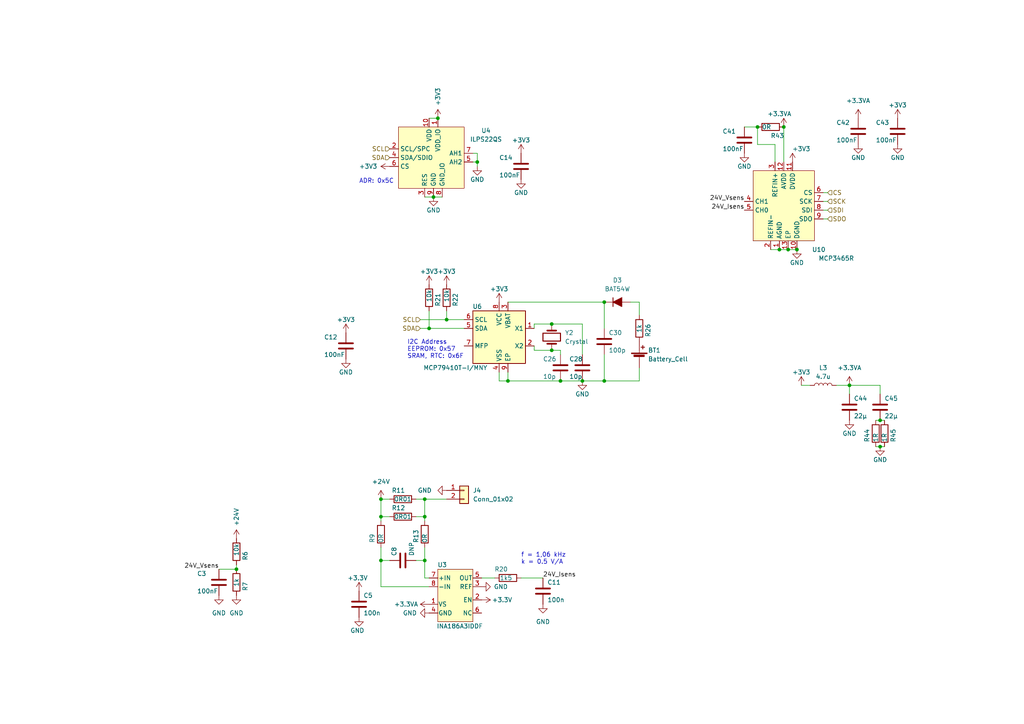
<source format=kicad_sch>
(kicad_sch (version 20211123) (generator eeschema)
  (paper "A4")
  (lib_symbols
    (symbol "Bergi:ILPS22QS"
      (property "Reference" "U" (at -10.16 -11.43 0))
      (property "Value" "ILPS22QS" (at 8.89 -11.43 0))
      (symbol "ILPS22QS_0_1"
        (rectangle (start -10.16 8.89) (end 8.89 -8.89) (fill (type background)))
      )
      (symbol "ILPS22QS_1_1"
        (pin unspecified line (at 1.27 11.43 270) (length 2.54) (name "VDD_IO") (number "1"))
        (pin unspecified line (at -1.27 11.43 270) (length 2.54) (name "VDD") (number "10"))
        (pin unspecified line (at -12.7 2.54 0) (length 2.54) (name "SCL/SPC") (number "2"))
        (pin unspecified line (at -2.54 -11.43 90) (length 2.54) (name "RES") (number "3"))
        (pin unspecified line (at -12.7 0 0) (length 2.54) (name "SDA/SDIO") (number "4"))
        (pin unspecified line (at 11.43 -1.27 180) (length 2.54) (name "AH2") (number "5"))
        (pin unspecified line (at -12.7 -2.54 0) (length 2.54) (name "CS") (number "6"))
        (pin unspecified line (at 11.43 1.27 180) (length 2.54) (name "AH1") (number "7"))
        (pin unspecified line (at 2.54 -11.43 90) (length 2.54) (name "GND_IO") (number "8"))
        (pin unspecified line (at 0 -11.43 90) (length 2.54) (name "GND") (number "9"))
      )
    )
    (symbol "Bergi:INA186A3IDDF" (pin_names (offset 0.127))
      (property "Reference" "U" (at 3.81 3.81 0))
      (property "Value" "INA186A3IDDF" (at 3.81 -2.54 0))
      (symbol "INA186A3IDDF_0_1"
        (rectangle (start -5.08 7.62) (end 5.08 -7.62) (fill (type background)))
      )
      (symbol "INA186A3IDDF_1_1"
        (pin power_in line (at -7.62 -2.54 0) (length 2.54) (name "VS") (number "1"))
        (pin input line (at 7.62 -1.27 180) (length 2.54) (name "EN") (number "2"))
        (pin input line (at 7.62 2.54 180) (length 2.54) (name "REF") (number "3"))
        (pin power_in line (at -7.62 -5.08 0) (length 2.54) (name "GND") (number "4"))
        (pin output line (at 7.62 5.08 180) (length 2.54) (name "OUT") (number "5"))
        (pin input line (at 7.62 -5.08 180) (length 2.54) (name "NC") (number "6"))
        (pin input line (at -7.62 5.08 0) (length 2.54) (name "+IN") (number "7"))
        (pin input line (at -7.62 2.54 0) (length 2.54) (name "-IN") (number "8"))
      )
    )
    (symbol "Bergi:MCP3465R"
      (property "Reference" "U" (at -10.16 11.43 0))
      (property "Value" "MCP3465R" (at 8.89 11.43 0))
      (symbol "MCP3465R_0_1"
        (rectangle (start -10.16 10.16) (end 7.62 -10.16) (fill (type background)))
      )
      (symbol "MCP3465R_1_1"
        (pin unspecified line (at -2.54 -12.7 90) (length 2.54) (name "AGND") (number "1"))
        (pin unspecified line (at 2.54 -12.7 90) (length 2.54) (name "DGND") (number "10"))
        (pin unspecified line (at 1.27 12.7 270) (length 2.54) (name "DVDD") (number "11"))
        (pin unspecified line (at -1.27 12.7 270) (length 2.54) (name "AVDD") (number "12"))
        (pin unspecified line (at 0 -12.7 90) (length 2.54) (name "EP") (number "13"))
        (pin unspecified line (at -5.08 -12.7 90) (length 2.54) (name "REFIN-") (number "2"))
        (pin unspecified line (at -3.81 12.7 270) (length 2.54) (name "REFIN+") (number "3"))
        (pin unspecified line (at -12.7 1.27 0) (length 2.54) (name "CH1") (number "4"))
        (pin unspecified line (at -12.7 -1.27 0) (length 2.54) (name "CH0") (number "5"))
        (pin unspecified line (at 10.16 3.81 180) (length 2.54) (name "CS") (number "6"))
        (pin unspecified line (at 10.16 1.27 180) (length 2.54) (name "SCK") (number "7"))
        (pin unspecified line (at 10.16 -1.27 180) (length 2.54) (name "SDI") (number "8"))
        (pin unspecified line (at 10.16 -3.81 180) (length 2.54) (name "SDO") (number "9"))
      )
    )
    (symbol "Connector_Generic:Conn_01x02" (pin_names (offset 1.016) hide)
      (property "Reference" "J" (at 0 2.54 0))
      (property "Value" "Conn_01x02" (at 0 -5.08 0))
      (symbol "Conn_01x02_1_1"
        (rectangle (start -1.27 -2.413) (end 0 -2.667) (stroke (width 0.1524)))
        (rectangle (start -1.27 0.127) (end 0 -0.127) (stroke (width 0.1524)))
        (rectangle (start -1.27 1.27) (end 1.27 -3.81) (stroke (width 0.254)) (fill (type background)))
        (pin passive line (at -5.08 0 0) (length 3.81) (name "Pin_1") (number "1"))
        (pin passive line (at -5.08 -2.54 0) (length 3.81) (name "Pin_2") (number "2"))
      )
    )
    (symbol "Device:Battery_Cell" (pin_numbers hide) (pin_names (offset 0) hide)
      (property "Reference" "BT" (at 2.54 2.54 0))
      (property "Value" "Battery_Cell" (at 2.54 0 0))
      (symbol "Battery_Cell_0_1"
        (rectangle (start -2.286 1.778) (end 2.286 1.524) (fill (type outline)))
        (rectangle (start -1.5748 1.1938) (end 1.4732 0.6858) (fill (type outline)))
        (polyline (pts (xy 0 0.762) (xy 0 0)))
        (polyline (pts (xy 0 1.778) (xy 0 2.54)))
        (polyline (pts (xy 0.508 3.429) (xy 1.524 3.429)) (stroke (width 0.254)))
        (polyline (pts (xy 1.016 3.937) (xy 1.016 2.921)) (stroke (width 0.254)))
      )
      (symbol "Battery_Cell_1_1"
        (pin passive line (at 0 5.08 270) (length 2.54) (name "+") (number "1"))
        (pin passive line (at 0 -2.54 90) (length 2.54) (name "-") (number "2"))
      )
    )
    (symbol "Device:C" (pin_numbers hide) (pin_names (offset 0.254))
      (property "Reference" "C" (at 0.635 2.54 0))
      (property "Value" "C" (at 0.635 -2.54 0))
      (symbol "C_0_1"
        (polyline (pts (xy -2.032 -0.762) (xy 2.032 -0.762)) (stroke (width 0.508)))
        (polyline (pts (xy -2.032 0.762) (xy 2.032 0.762)) (stroke (width 0.508)))
      )
      (symbol "C_1_1"
        (pin passive line (at 0 3.81 270) (length 2.794) (name "~") (number "1"))
        (pin passive line (at 0 -3.81 90) (length 2.794) (name "~") (number "2"))
      )
    )
    (symbol "Device:Crystal" (pin_numbers hide) (pin_names (offset 1.016) hide)
      (property "Reference" "Y" (at 0 3.81 0))
      (property "Value" "Crystal" (at 0 -3.81 0))
      (symbol "Crystal_0_1"
        (rectangle (start -1.143 2.54) (end 1.143 -2.54) (stroke (width 0.3048)))
        (polyline (pts (xy -2.54 0) (xy -1.905 0)))
        (polyline (pts (xy -1.905 -1.27) (xy -1.905 1.27)) (stroke (width 0.508)))
        (polyline (pts (xy 1.905 -1.27) (xy 1.905 1.27)) (stroke (width 0.508)))
        (polyline (pts (xy 2.54 0) (xy 1.905 0)))
      )
      (symbol "Crystal_1_1"
        (pin passive line (at -3.81 0 0) (length 1.27) (name "1") (number "1"))
        (pin passive line (at 3.81 0 180) (length 1.27) (name "2") (number "2"))
      )
    )
    (symbol "Device:D_Filled" (pin_numbers hide) (pin_names (offset 1.016) hide)
      (property "Reference" "D" (at 0 2.54 0))
      (property "Value" "D_Filled" (at 0 -2.54 0))
      (symbol "D_Filled_0_1"
        (polyline (pts (xy -1.27 1.27) (xy -1.27 -1.27)) (stroke (width 0.254)))
        (polyline (pts (xy 1.27 0) (xy -1.27 0)))
        (polyline (pts (xy 1.27 1.27) (xy 1.27 -1.27) (xy -1.27 0) (xy 1.27 1.27)) (stroke (width 0.254)) (fill (type outline)))
      )
      (symbol "D_Filled_1_1"
        (pin passive line (at -3.81 0 0) (length 2.54) (name "K") (number "1"))
        (pin passive line (at 3.81 0 180) (length 2.54) (name "A") (number "2"))
      )
    )
    (symbol "Device:L" (pin_numbers hide) (pin_names (offset 1.016) hide)
      (property "Reference" "L" (at -1.27 0 90))
      (property "Value" "L" (at 1.905 0 90))
      (symbol "L_0_1"
        (arc (start 0 -2.54) (mid 0.635 -1.905) (end 0 -1.27))
        (arc (start 0 -1.27) (mid 0.635 -0.635) (end 0 0))
        (arc (start 0 0) (mid 0.635 0.635) (end 0 1.27))
        (arc (start 0 1.27) (mid 0.635 1.905) (end 0 2.54))
      )
      (symbol "L_1_1"
        (pin passive line (at 0 3.81 270) (length 1.27) (name "1") (number "1"))
        (pin passive line (at 0 -3.81 90) (length 1.27) (name "2") (number "2"))
      )
    )
    (symbol "Device:R" (pin_numbers hide) (pin_names (offset 0))
      (property "Reference" "R" (at 2.032 0 90))
      (property "Value" "R" (at 0 0 90))
      (symbol "R_0_1"
        (rectangle (start -1.016 -2.54) (end 1.016 2.54) (stroke (width 0.254)))
      )
      (symbol "R_1_1"
        (pin passive line (at 0 3.81 270) (length 1.27) (name "~") (number "1"))
        (pin passive line (at 0 -3.81 90) (length 1.27) (name "~") (number "2"))
      )
    )
    (symbol "Timer_RTC:MCP7940N-xMNY"
      (property "Reference" "U" (at -6.35 8.89 0))
      (property "Value" "MCP7940N-xMNY" (at 11.43 8.89 0))
      (symbol "MCP7940N-xMNY_0_1"
        (rectangle (start -7.62 7.62) (end 7.62 -7.62) (stroke (width 0.254)) (fill (type background)))
      )
      (symbol "MCP7940N-xMNY_1_1"
        (pin input line (at 10.16 2.54 180) (length 2.54) (name "X1") (number "1"))
        (pin output line (at 10.16 -2.54 180) (length 2.54) (name "X2") (number "2"))
        (pin power_in line (at 2.54 10.16 270) (length 2.54) (name "VBAT") (number "3"))
        (pin power_in line (at 0 -10.16 90) (length 2.54) (name "VSS") (number "4"))
        (pin bidirectional line (at -10.16 2.54 0) (length 2.54) (name "SDA") (number "5"))
        (pin input line (at -10.16 5.08 0) (length 2.54) (name "SCL") (number "6"))
        (pin open_collector line (at -10.16 -2.54 0) (length 2.54) (name "MFP") (number "7"))
        (pin power_in line (at 0 10.16 270) (length 2.54) (name "VCC") (number "8"))
        (pin power_in line (at 2.54 -10.16 90) (length 2.54) (name "EP") (number "9"))
      )
    )
    (symbol "power:+24V" (power) (pin_names (offset 0))
      (property "Value" "+24V" (at 0 3.556 0))
      (symbol "+24V_0_1"
        (polyline (pts (xy -0.762 1.27) (xy 0 2.54)))
        (polyline (pts (xy 0 0) (xy 0 2.54)))
        (polyline (pts (xy 0 2.54) (xy 0.762 1.27)))
      )
      (symbol "+24V_1_1"
        (pin power_in line (at 0 0 90) (length 0) hide (name "+24V") (number "1"))
      )
    )
    (symbol "power:+3.3V" (power) (pin_names (offset 0))
      (property "Value" "+3.3V" (at 0 3.556 0))
      (symbol "+3.3V_0_1"
        (polyline (pts (xy -0.762 1.27) (xy 0 2.54)))
        (polyline (pts (xy 0 0) (xy 0 2.54)))
        (polyline (pts (xy 0 2.54) (xy 0.762 1.27)))
      )
      (symbol "+3.3V_1_1"
        (pin power_in line (at 0 0 90) (length 0) hide (name "+3.3V") (number "1"))
      )
    )
    (symbol "power:+3.3VA" (power) (pin_names (offset 0))
      (property "Value" "+3.3VA" (at 0 3.556 0))
      (symbol "+3.3VA_0_1"
        (polyline (pts (xy -0.762 1.27) (xy 0 2.54)))
        (polyline (pts (xy 0 0) (xy 0 2.54)))
        (polyline (pts (xy 0 2.54) (xy 0.762 1.27)))
      )
      (symbol "+3.3VA_1_1"
        (pin power_in line (at 0 0 90) (length 0) hide (name "+3.3VA") (number "1"))
      )
    )
    (symbol "power:+3V3" (power) (pin_names (offset 0))
      (property "Value" "+3V3" (at 0 3.556 0))
      (symbol "+3V3_0_1"
        (polyline (pts (xy -0.762 1.27) (xy 0 2.54)))
        (polyline (pts (xy 0 0) (xy 0 2.54)))
        (polyline (pts (xy 0 2.54) (xy 0.762 1.27)))
      )
      (symbol "+3V3_1_1"
        (pin power_in line (at 0 0 90) (length 0) hide (name "+3V3") (number "1"))
      )
    )
    (symbol "power:GND" (power) (pin_names (offset 0))
      (property "Value" "GND" (at 0 -3.81 0))
      (symbol "GND_0_1"
        (polyline (pts (xy 0 0) (xy 0 -1.27) (xy 1.27 -1.27) (xy 0 -2.54) (xy -1.27 -1.27) (xy 0 -1.27)))
      )
      (symbol "GND_1_1"
        (pin power_in line (at 0 0 270) (length 0) hide (name "GND") (number "1"))
      )
    )
  )
  (junction (at 231.14 72.39))
  (junction (at 110.49 162.56))
  (junction (at 138.43 46.99))
  (junction (at 175.26 87.63))
  (junction (at 219.71 36.83))
  (junction (at 125.73 57.15))
  (junction (at 255.27 121.92))
  (junction (at 227.33 36.83))
  (junction (at 162.56 110.49))
  (junction (at 129.54 92.71))
  (junction (at 123.19 162.56))
  (junction (at 147.32 110.49))
  (junction (at 226.06 72.39))
  (junction (at 246.38 111.76))
  (junction (at 124.46 95.25))
  (junction (at 175.26 110.49))
  (junction (at 123.19 144.78))
  (junction (at 68.58 165.1))
  (junction (at 168.91 110.49))
  (junction (at 255.27 129.54))
  (junction (at 127 34.29))
  (junction (at 110.49 144.78))
  (junction (at 228.6 72.39))
  (junction (at 110.49 149.86))
  (junction (at 160.02 93.98))
  (junction (at 123.19 149.86))
  (junction (at 160.02 101.6))
  (wire (pts (xy 238.76 63.5) (xy 240.03 63.5)))
  (wire (pts (xy 254 121.92) (xy 255.27 121.92)))
  (wire (pts (xy 223.52 72.39) (xy 226.06 72.39)))
  (wire (pts (xy 162.56 101.6) (xy 160.02 101.6)))
  (wire (pts (xy 123.19 144.78) (xy 123.19 149.86)))
  (wire (pts (xy 144.78 110.49) (xy 144.78 107.95)))
  (wire (pts (xy 110.49 144.78) (xy 113.03 144.78)))
  (wire (pts (xy 224.79 41.91) (xy 219.71 41.91)))
  (wire (pts (xy 175.26 87.63) (xy 147.32 87.63)))
  (wire (pts (xy 175.26 87.63) (xy 175.26 95.25)))
  (wire (pts (xy 162.56 110.49) (xy 147.32 110.49)))
  (wire (pts (xy 121.92 92.71) (xy 129.54 92.71)))
  (wire (pts (xy 138.43 48.26) (xy 138.43 46.99)))
  (wire (pts (xy 138.43 44.45) (xy 137.16 44.45)))
  (wire (pts (xy 123.19 149.86) (xy 123.19 151.13)))
  (wire (pts (xy 123.19 158.75) (xy 123.19 162.56)))
  (wire (pts (xy 124.46 34.29) (xy 127 34.29)))
  (wire (pts (xy 219.71 41.91) (xy 219.71 36.83)))
  (wire (pts (xy 125.73 57.15) (xy 128.27 57.15)))
  (wire (pts (xy 147.32 110.49) (xy 147.32 107.95)))
  (wire (pts (xy 238.76 55.88) (xy 240.03 55.88)))
  (wire (pts (xy 154.94 101.6) (xy 154.94 100.33)))
  (wire (pts (xy 124.46 170.18) (xy 110.49 170.18)))
  (wire (pts (xy 175.26 110.49) (xy 185.42 110.49)))
  (wire (pts (xy 121.92 95.25) (xy 124.46 95.25)))
  (wire (pts (xy 175.26 102.87) (xy 175.26 110.49)))
  (wire (pts (xy 110.49 149.86) (xy 110.49 151.13)))
  (wire (pts (xy 138.43 46.99) (xy 138.43 44.45)))
  (wire (pts (xy 129.54 144.78) (xy 123.19 144.78)))
  (wire (pts (xy 110.49 170.18) (xy 110.49 162.56)))
  (wire (pts (xy 63.5 165.1) (xy 68.58 165.1)))
  (wire (pts (xy 168.91 102.87) (xy 168.91 93.98)))
  (wire (pts (xy 139.7 167.64) (xy 143.51 167.64)))
  (wire (pts (xy 160.02 101.6) (xy 154.94 101.6)))
  (wire (pts (xy 168.91 110.49) (xy 175.26 110.49)))
  (wire (pts (xy 137.16 46.99) (xy 138.43 46.99)))
  (wire (pts (xy 134.62 95.25) (xy 124.46 95.25)))
  (wire (pts (xy 134.62 92.71) (xy 129.54 92.71)))
  (wire (pts (xy 255.27 121.92) (xy 256.54 121.92)))
  (wire (pts (xy 147.32 110.49) (xy 144.78 110.49)))
  (wire (pts (xy 238.76 60.96) (xy 240.03 60.96)))
  (wire (pts (xy 110.49 162.56) (xy 113.03 162.56)))
  (wire (pts (xy 120.65 149.86) (xy 123.19 149.86)))
  (wire (pts (xy 123.19 57.15) (xy 125.73 57.15)))
  (wire (pts (xy 227.33 36.83) (xy 227.33 46.99)))
  (wire (pts (xy 68.58 163.83) (xy 68.58 165.1)))
  (wire (pts (xy 168.91 93.98) (xy 160.02 93.98)))
  (wire (pts (xy 219.71 36.83) (xy 215.9 36.83)))
  (wire (pts (xy 185.42 110.49) (xy 185.42 106.68)))
  (wire (pts (xy 242.57 111.76) (xy 246.38 111.76)))
  (wire (pts (xy 246.38 111.76) (xy 246.38 114.3)))
  (wire (pts (xy 154.94 93.98) (xy 154.94 95.25)))
  (wire (pts (xy 151.13 167.64) (xy 157.48 167.64)))
  (wire (pts (xy 224.79 46.99) (xy 224.79 41.91)))
  (wire (pts (xy 226.06 72.39) (xy 228.6 72.39)))
  (wire (pts (xy 110.49 162.56) (xy 110.49 158.75)))
  (wire (pts (xy 129.54 92.71) (xy 129.54 90.17)))
  (wire (pts (xy 185.42 91.44) (xy 185.42 87.63)))
  (wire (pts (xy 160.02 93.98) (xy 154.94 93.98)))
  (wire (pts (xy 162.56 102.87) (xy 162.56 101.6)))
  (wire (pts (xy 110.49 149.86) (xy 113.03 149.86)))
  (wire (pts (xy 254 129.54) (xy 255.27 129.54)))
  (wire (pts (xy 120.65 162.56) (xy 123.19 162.56)))
  (wire (pts (xy 255.27 111.76) (xy 246.38 111.76)))
  (wire (pts (xy 168.91 110.49) (xy 162.56 110.49)))
  (wire (pts (xy 238.76 58.42) (xy 240.03 58.42)))
  (wire (pts (xy 232.41 111.76) (xy 234.95 111.76)))
  (wire (pts (xy 185.42 87.63) (xy 182.88 87.63)))
  (wire (pts (xy 255.27 129.54) (xy 256.54 129.54)))
  (wire (pts (xy 228.6 72.39) (xy 231.14 72.39)))
  (wire (pts (xy 124.46 95.25) (xy 124.46 90.17)))
  (wire (pts (xy 123.19 167.64) (xy 124.46 167.64)))
  (wire (pts (xy 255.27 114.3) (xy 255.27 111.76)))
  (wire (pts (xy 123.19 162.56) (xy 123.19 167.64)))
  (wire (pts (xy 120.65 144.78) (xy 123.19 144.78)))
  (wire (pts (xy 110.49 144.78) (xy 110.49 149.86)))
  (text "f = 1,06 kHz\nk = 0.5 V/A" (at 151.13 163.83 0) (effects (font (size 1.27 1.27)) (justify left bottom)))
  (text "I2C Address\nEEPROM: 0x57\nSRAM, RTC: 0x6F" (at 118.11 104.14 0) (effects (font (size 1.27 1.27)) (justify left bottom)))
  (text "ADR: 0x5C" (at 104.14 53.34 0) (effects (font (size 1.27 1.27)) (justify left bottom)))
  (label "24V_Vsens" (at 63.5 165.1 180))
  (label "24V_Isens" (at 215.9 60.96 180))
  (label "24V_Vsens" (at 215.9 58.42 180))
  (label "24V_Isens" (at 157.48 167.64 0))
  (hierarchical_label "SDI" (shape input) (at 240.03 60.96 0))
  (hierarchical_label "CS" (shape input) (at 240.03 55.88 0))
  (hierarchical_label "SDA" (shape input) (at 113.03 45.72 180))
  (hierarchical_label "SCL" (shape input) (at 121.92 92.71 180))
  (hierarchical_label "SCK" (shape input) (at 240.03 58.42 0))
  (hierarchical_label "SDA" (shape input) (at 121.92 95.25 180))
  (hierarchical_label "SCL" (shape input) (at 113.03 43.18 180))
  (hierarchical_label "SDO" (shape input) (at 240.03 63.5 0))
  (symbol (lib_id "power:+3V3") (at 127 34.29 0) (unit 1)
    (property "Reference" "#PWR052" (effects hide))
    (property "Value" "+3V3" (at 127 25.4 90) (effects (justify right)))
  )
  (symbol (lib_id "power:GND") (at 248.92 41.91 0) (unit 1)
    (property "Reference" "#PWR0120" (effects hide))
    (property "Value" "GND" (at 248.92 45.72 0))
  )
  (symbol (lib_id "Bergi:ILPS22QS") (at 125.73 45.72 0) (unit 1)
    (property "Reference" "U4" (at 140.97 37.8712 0))
    (property "Value" "ILPS22QS" (at 140.97 40.4112 0))
    (property "Footprint" "Bergi:HLGA-10L" (effects hide))
  )
  (symbol (lib_id "Timer_RTC:MCP7940N-xMNY") (at 144.78 97.79 0) (unit 1)
    (property "Reference" "U6" (at 138.43 88.9 0))
    (property "Value" "MCP79410T-I/MNY" (at 132.08 106.68 0))
    (property "Footprint" "Package_DFN_QFN:DFN-8-1EP_3x2mm_P0.5mm_EP1.36x1.46mm" (effects hide))
    (property "Datasheet" "http://ww1.microchip.com/downloads/en/DeviceDoc/20005010F.pdf" (effects hide))
  )
  (symbol (lib_id "power:+3V3") (at 124.46 82.55 0) (unit 1)
    (property "Reference" "#PWR062" (effects hide))
    (property "Value" "+3V3" (at 124.46 78.74 0))
  )
  (symbol (lib_id "power:+3.3VA") (at 124.46 175.26 90) (unit 1)
    (property "Reference" "#PWR0128" (effects hide))
    (property "Value" "+3.3VA" (at 114.3 175.26 90) (effects (justify right)))
  )
  (symbol (lib_id "power:GND") (at 215.9 44.45 0) (unit 1)
    (property "Reference" "#PWR0123" (effects hide))
    (property "Value" "GND" (at 215.9 48.26 0))
  )
  (symbol (lib_id "power:+3.3VA") (at 246.38 111.76 0) (unit 1)
    (property "Reference" "#PWR0124" (effects hide))
    (property "Value" "+3.3VA" (at 246.38 106.68 0))
  )
  (symbol (lib_id "power:GND") (at 63.5 172.72 0) (unit 1)
    (property "Reference" "#PWR012" (effects hide))
    (property "Value" "GND" (at 63.5 177.8 0))
  )
  (symbol (lib_id "Device:C") (at 175.26 99.06 0) (unit 1)
    (property "Reference" "C30" (at 176.53 96.52 0) (effects (justify left)))
    (property "Value" "100p" (at 176.53 101.6 0) (effects (justify left)))
    (property "Footprint" "Capacitor_SMD:C_0603_1608Metric" (effects hide))
  )
  (symbol (lib_id "Device:C") (at 116.84 162.56 90) (unit 1)
    (property "Reference" "C8" (at 114.3 161.29 0) (effects (justify left)))
    (property "Value" "DNP" (at 119.38 161.29 0) (effects (justify left)))
    (property "Footprint" "Capacitor_SMD:C_0603_1608Metric" (effects hide))
  )
  (symbol (lib_id "Device:C") (at 100.33 100.33 0) (unit 1)
    (property "Reference" "C12" (at 93.98 97.79 0) (effects (justify left)))
    (property "Value" "100nF" (at 93.98 102.87 0) (effects (justify left)))
    (property "Footprint" "Capacitor_SMD:C_0603_1608Metric" (effects hide))
  )
  (symbol (lib_id "Device:R") (at 124.46 86.36 180) (unit 1)
    (property "Reference" "R21" (at 127 88.9 90) (effects (justify right)))
    (property "Value" "10k" (at 124.46 87.63 90) (effects (justify right)))
    (property "Footprint" "Resistor_SMD:R_0603_1608Metric" (effects hide))
  )
  (symbol (lib_id "Bergi:MCP3465R") (at 228.6 59.69 0) (unit 1)
    (property "Reference" "U10" (at 237.49 72.39 0))
    (property "Value" "MCP3465R" (at 242.57 74.93 0))
    (property "Footprint" "Bergi:QFN-12_EP_2x2_Pitch0.4mm" (effects hide))
  )
  (symbol (lib_id "power:GND") (at 125.73 57.15 0) (unit 1)
    (property "Reference" "#PWR051" (effects hide))
    (property "Value" "GND" (at 125.73 60.96 0))
  )
  (symbol (lib_id "power:GND") (at 260.35 41.91 0) (unit 1)
    (property "Reference" "#PWR0118" (effects hide))
    (property "Value" "GND" (at 260.35 45.72 0))
  )
  (symbol (lib_id "Device:C") (at 151.13 48.26 0) (unit 1)
    (property "Reference" "C14" (at 144.78 45.72 0) (effects (justify left)))
    (property "Value" "100nF" (at 144.78 50.8 0) (effects (justify left)))
    (property "Footprint" "Capacitor_SMD:C_0603_1608Metric" (effects hide))
  )
  (symbol (lib_id "Device:R") (at 254 125.73 0) (unit 1)
    (property "Reference" "R44" (at 251.46 128.27 90) (effects (justify left)))
    (property "Value" "1R" (at 254 128.27 90) (effects (justify left)))
    (property "Footprint" "Inductor_SMD:L_0603_1608Metric" (effects hide))
  )
  (symbol (lib_id "Device:D_Filled") (at 179.07 87.63 0) (unit 1)
    (property "Reference" "D3" (at 179.07 81.28 0))
    (property "Value" "BAT54W" (at 179.07 83.82 0))
    (property "Footprint" "Diode_SMD:D_SOD-323" (effects hide))
  )
  (symbol (lib_id "power:GND") (at 68.58 172.72 0) (unit 1)
    (property "Reference" "#PWR014" (effects hide))
    (property "Value" "GND" (at 68.58 177.8 0))
  )
  (symbol (lib_id "Device:R") (at 223.52 36.83 270) (unit 1)
    (property "Reference" "R43" (at 223.52 39.37 90) (effects (justify left)))
    (property "Value" "0R" (at 220.98 36.83 90) (effects (justify left)))
    (property "Footprint" "Inductor_SMD:L_0603_1608Metric" (effects hide))
  )
  (symbol (lib_id "power:GND") (at 129.54 142.24 270) (unit 1)
    (property "Reference" "#PWR036" (effects hide))
    (property "Value" "GND" (at 123.19 142.24 90))
  )
  (symbol (lib_id "power:+3V3") (at 151.13 44.45 0) (unit 1)
    (property "Reference" "#PWR060" (effects hide))
    (property "Value" "+3V3" (at 151.13 40.64 0))
  )
  (symbol (lib_id "power:GND") (at 151.13 52.07 0) (unit 1)
    (property "Reference" "#PWR061" (effects hide))
    (property "Value" "GND" (at 151.13 55.88 0))
  )
  (symbol (lib_id "Bergi:INA186A3IDDF") (at 132.08 172.72 0) (unit 1)
    (property "Reference" "U3" (at 128.27 163.83 0))
    (property "Value" "INA186A3IDDF" (at 133.35 181.61 0))
    (property "Footprint" "Package_TO_SOT_SMD:SOT-23-8" (effects hide))
  )
  (symbol (lib_id "Device:Battery_Cell") (at 185.42 104.14 0) (unit 1)
    (property "Reference" "BT1" (at 187.96 101.6 0) (effects (justify left)))
    (property "Value" "Battery_Cell" (at 187.96 104.14 0) (effects (justify left)))
    (property "Footprint" "Battery:BatteryHolder_Keystone_3034_1x20mm" (effects hide))
  )
  (symbol (lib_id "power:+3.3VA") (at 227.33 36.83 0) (unit 1)
    (property "Reference" "#PWR0121" (effects hide))
    (property "Value" "+3.3VA" (at 226.06 33.02 0))
  )
  (symbol (lib_id "Device:C") (at 260.35 38.1 0) (unit 1)
    (property "Reference" "C43" (at 254 35.56 0) (effects (justify left)))
    (property "Value" "100nF" (at 254 40.64 0) (effects (justify left)))
    (property "Footprint" "Capacitor_SMD:C_0603_1608Metric" (effects hide))
  )
  (symbol (lib_id "Device:L") (at 238.76 111.76 90) (unit 1)
    (property "Reference" "L3" (at 238.76 106.68 90))
    (property "Value" "4.7u" (at 238.76 109.22 90))
    (property "Footprint" "Inductor_SMD:L_1008_2520Metric" (effects hide))
  )
  (symbol (lib_id "Device:C") (at 248.92 38.1 0) (unit 1)
    (property "Reference" "C42" (at 242.57 35.56 0) (effects (justify left)))
    (property "Value" "100nF" (at 242.57 40.64 0) (effects (justify left)))
    (property "Footprint" "Capacitor_SMD:C_0603_1608Metric" (effects hide))
  )
  (symbol (lib_id "Device:Crystal") (at 160.02 97.79 90) (unit 1)
    (property "Reference" "Y2" (at 163.83 96.5199 90) (effects (justify right)))
    (property "Value" "Crystal" (at 163.83 99.0599 90) (effects (justify right)))
    (property "Footprint" "Crystal:Crystal_SMD_2012-2Pin_2.0x1.2mm" (effects hide))
    (property "HTN" "CM8V-T1A-32.768kHz-6pF-20PPM-TA-QC" (effects hide))
  )
  (symbol (lib_id "power:GND") (at 168.91 110.49 0) (unit 1)
    (property "Reference" "#PWR085" (effects hide))
    (property "Value" "GND" (at 168.91 114.3 0))
  )
  (symbol (lib_id "Device:R") (at 123.19 154.94 180) (unit 1)
    (property "Reference" "R13" (at 120.65 157.48 90) (effects (justify right)))
    (property "Value" "0R" (at 123.19 157.48 90) (effects (justify right)))
    (property "Footprint" "Resistor_SMD:R_0603_1608Metric" (effects hide))
  )
  (symbol (lib_id "Device:C") (at 63.5 168.91 0) (unit 1)
    (property "Reference" "C3" (at 57.15 166.37 0) (effects (justify left)))
    (property "Value" "100nF" (at 57.15 171.45 0) (effects (justify left)))
    (property "Footprint" "Capacitor_SMD:C_0603_1608Metric" (effects hide))
  )
  (symbol (lib_id "Device:R") (at 116.84 149.86 90) (unit 1)
    (property "Reference" "R12" (at 115.57 147.32 90))
    (property "Value" "0R01" (at 116.84 149.86 90))
    (property "Footprint" "Resistor_SMD:R_0805_2012Metric" (effects hide))
  )
  (symbol (lib_id "power:+3V3") (at 129.54 82.55 0) (unit 1)
    (property "Reference" "#PWR063" (effects hide))
    (property "Value" "+3V3" (at 129.54 78.74 0))
  )
  (symbol (lib_id "power:+3V3") (at 229.87 46.99 0) (mirror y) (unit 1)
    (property "Reference" "#PWR0117" (effects hide))
    (property "Value" "+3V3" (at 232.41 43.18 0))
  )
  (symbol (lib_id "power:GND") (at 138.43 48.26 0) (unit 1)
    (property "Reference" "#PWR053" (effects hide))
    (property "Value" "GND" (at 138.43 52.07 0))
  )
  (symbol (lib_id "Device:R") (at 116.84 144.78 90) (unit 1)
    (property "Reference" "R11" (at 115.57 142.24 90))
    (property "Value" "0R01" (at 116.84 144.78 90))
    (property "Footprint" "Resistor_SMD:R_0805_2012Metric" (effects hide))
  )
  (symbol (lib_id "Device:C") (at 162.56 106.68 0) (unit 1)
    (property "Reference" "C26" (at 157.48 104.14 0) (effects (justify left)))
    (property "Value" "10p" (at 157.48 109.22 0) (effects (justify left)))
    (property "Footprint" "Capacitor_SMD:C_0603_1608Metric" (effects hide))
  )
  (symbol (lib_id "power:+3V3") (at 232.41 111.76 0) (mirror y) (unit 1)
    (property "Reference" "#PWR0125" (effects hide))
    (property "Value" "+3V3" (at 232.41 107.95 0))
  )
  (symbol (lib_id "Connector_Generic:Conn_01x02") (at 134.62 142.24 0) (unit 1)
    (property "Reference" "J4" (at 137.16 142.2399 0) (effects (justify left)))
    (property "Value" "Conn_01x02" (at 137.16 144.7799 0) (effects (justify left)))
    (property "Footprint" "Connector_Phoenix_MSTB:PhoenixContact_MSTBVA_2,5_2-G-5,08_1x02_P5.08mm_Vertical" (effects hide))
  )
  (symbol (lib_id "Device:C") (at 215.9 40.64 0) (unit 1)
    (property "Reference" "C41" (at 209.55 38.1 0) (effects (justify left)))
    (property "Value" "100nF" (at 209.55 43.18 0) (effects (justify left)))
    (property "Footprint" "Capacitor_SMD:C_0603_1608Metric" (effects hide))
  )
  (symbol (lib_id "power:+3V3") (at 100.33 96.52 0) (unit 1)
    (property "Reference" "#PWR054" (effects hide))
    (property "Value" "+3V3" (at 100.33 92.71 0))
  )
  (symbol (lib_id "Device:R") (at 68.58 160.02 180) (unit 1)
    (property "Reference" "R6" (at 71.12 162.56 90) (effects (justify right)))
    (property "Value" "10k" (at 68.58 161.29 90) (effects (justify right)))
    (property "Footprint" "Resistor_SMD:R_0603_1608Metric" (effects hide))
  )
  (symbol (lib_id "power:GND") (at 246.38 121.92 0) (unit 1)
    (property "Reference" "#PWR0127" (effects hide))
    (property "Value" "GND" (at 246.38 125.73 0))
  )
  (symbol (lib_id "Device:R") (at 147.32 167.64 270) (unit 1)
    (property "Reference" "R20" (at 147.32 165.1 90) (effects (justify right)))
    (property "Value" "1k5" (at 148.59 167.64 90) (effects (justify right)))
    (property "Footprint" "Resistor_SMD:R_0603_1608Metric" (effects hide))
  )
  (symbol (lib_id "power:+3.3V") (at 139.7 173.99 270) (unit 1)
    (property "Reference" "#PWR038" (effects hide))
    (property "Value" "+3.3V" (at 148.59 173.99 90) (effects (justify right)))
  )
  (symbol (lib_id "power:GND") (at 100.33 104.14 0) (unit 1)
    (property "Reference" "#PWR055" (effects hide))
    (property "Value" "GND" (at 100.33 107.95 0))
  )
  (symbol (lib_id "Device:C") (at 255.27 118.11 180) (unit 1)
    (property "Reference" "C45" (at 256.54 115.57 0) (effects (justify right)))
    (property "Value" "22µ" (at 256.54 120.65 0) (effects (justify right)))
    (property "Footprint" "Capacitor_SMD:C_1206_3216Metric" (effects hide))
  )
  (symbol (lib_id "power:+3V3") (at 260.35 34.29 0) (mirror y) (unit 1)
    (property "Reference" "#PWR0119" (effects hide))
    (property "Value" "+3V3" (at 260.35 30.48 0))
  )
  (symbol (lib_id "Device:C") (at 157.48 171.45 0) (unit 1)
    (property "Reference" "C11" (at 158.75 168.91 0) (effects (justify left)))
    (property "Value" "100n" (at 158.75 173.99 0) (effects (justify left)))
    (property "Footprint" "Capacitor_SMD:C_0603_1608Metric" (effects hide))
  )
  (symbol (lib_id "power:GND") (at 139.7 170.18 90) (unit 1)
    (property "Reference" "#PWR037" (effects hide))
    (property "Value" "GND" (at 147.32 170.18 90) (effects (justify left)))
  )
  (symbol (lib_id "power:+24V") (at 110.49 144.78 0) (unit 1)
    (property "Reference" "#PWR024" (effects hide))
    (property "Value" "+24V" (at 110.49 139.7 0))
  )
  (symbol (lib_id "Device:C") (at 246.38 118.11 180) (unit 1)
    (property "Reference" "C44" (at 247.65 115.57 0) (effects (justify right)))
    (property "Value" "22µ" (at 247.65 120.65 0) (effects (justify right)))
    (property "Footprint" "Capacitor_SMD:C_1206_3216Metric" (effects hide))
  )
  (symbol (lib_id "power:GND") (at 157.48 175.26 0) (unit 1)
    (property "Reference" "#PWR049" (effects hide))
    (property "Value" "GND" (at 157.48 180.34 0))
  )
  (symbol (lib_id "power:+24V") (at 68.58 156.21 0) (unit 1)
    (property "Reference" "#PWR013" (effects hide))
    (property "Value" "+24V" (at 68.58 147.32 90) (effects (justify right)))
  )
  (symbol (lib_id "power:+3V3") (at 144.78 87.63 0) (unit 1)
    (property "Reference" "#PWR074" (effects hide))
    (property "Value" "+3V3" (at 144.78 83.82 0))
  )
  (symbol (lib_id "Device:R") (at 129.54 86.36 180) (unit 1)
    (property "Reference" "R22" (at 132.08 88.9 90) (effects (justify right)))
    (property "Value" "10k" (at 129.54 87.63 90) (effects (justify right)))
    (property "Footprint" "Resistor_SMD:R_0603_1608Metric" (effects hide))
  )
  (symbol (lib_id "power:+3V3") (at 113.03 48.26 90) (unit 1)
    (property "Reference" "#PWR050" (effects hide))
    (property "Value" "+3V3" (at 104.14 48.26 90) (effects (justify right)))
  )
  (symbol (lib_id "power:+3.3VA") (at 248.92 34.29 0) (unit 1)
    (property "Reference" "#PWR0116" (effects hide))
    (property "Value" "+3.3VA" (at 248.92 29.21 0))
  )
  (symbol (lib_id "Device:R") (at 185.42 95.25 180) (unit 1)
    (property "Reference" "R26" (at 187.96 97.79 90) (effects (justify right)))
    (property "Value" "1k" (at 185.42 96.52 90) (effects (justify right)))
    (property "Footprint" "Resistor_SMD:R_0603_1608Metric" (effects hide))
  )
  (symbol (lib_id "power:GND") (at 231.14 72.39 0) (unit 1)
    (property "Reference" "#PWR0122" (effects hide))
    (property "Value" "GND" (at 231.14 76.2 0))
  )
  (symbol (lib_id "Device:R") (at 68.58 168.91 180) (unit 1)
    (property "Reference" "R7" (at 71.12 171.45 90) (effects (justify right)))
    (property "Value" "1k" (at 68.58 170.18 90) (effects (justify right)))
    (property "Footprint" "Resistor_SMD:R_0603_1608Metric" (effects hide))
  )
  (symbol (lib_id "power:GND") (at 124.46 177.8 270) (unit 1)
    (property "Reference" "#PWR034" (effects hide))
    (property "Value" "GND" (at 116.84 177.8 90) (effects (justify left)))
  )
  (symbol (lib_id "power:GND") (at 255.27 129.54 0) (unit 1)
    (property "Reference" "#PWR0126" (effects hide))
    (property "Value" "GND" (at 255.27 133.35 0))
  )
  (symbol (lib_id "power:GND") (at 104.14 179.07 0) (unit 1)
    (property "Reference" "#PWR022" (effects hide))
    (property "Value" "GND" (at 101.6 182.88 0) (effects (justify left)))
  )
  (symbol (lib_id "Device:C") (at 104.14 175.26 0) (unit 1)
    (property "Reference" "C5" (at 105.41 172.72 0) (effects (justify left)))
    (property "Value" "100n" (at 105.41 177.8 0) (effects (justify left)))
    (property "Footprint" "Capacitor_SMD:C_0603_1608Metric" (effects hide))
  )
  (symbol (lib_id "power:+3.3V") (at 104.14 171.45 0) (unit 1)
    (property "Reference" "#PWR021" (effects hide))
    (property "Value" "+3.3V" (at 106.68 167.64 0) (effects (justify right)))
  )
  (symbol (lib_id "Device:R") (at 256.54 125.73 0) (unit 1)
    (property "Reference" "R45" (at 259.08 128.27 90) (effects (justify left)))
    (property "Value" "1R" (at 256.54 128.27 90) (effects (justify left)))
    (property "Footprint" "Inductor_SMD:L_0603_1608Metric" (effects hide))
  )
  (symbol (lib_id "Device:R") (at 110.49 154.94 180) (unit 1)
    (property "Reference" "R9" (at 107.95 157.48 90) (effects (justify right)))
    (property "Value" "0R" (at 110.49 157.48 90) (effects (justify right)))
    (property "Footprint" "Resistor_SMD:R_0603_1608Metric" (effects hide))
  )
  (symbol (lib_id "Device:C") (at 168.91 106.68 0) (unit 1)
    (property "Reference" "C28" (at 165.1 104.14 0) (effects (justify left)))
    (property "Value" "10p" (at 165.1 109.22 0) (effects (justify left)))
    (property "Footprint" "Capacitor_SMD:C_0603_1608Metric" (effects hide))
  )
)
</source>
